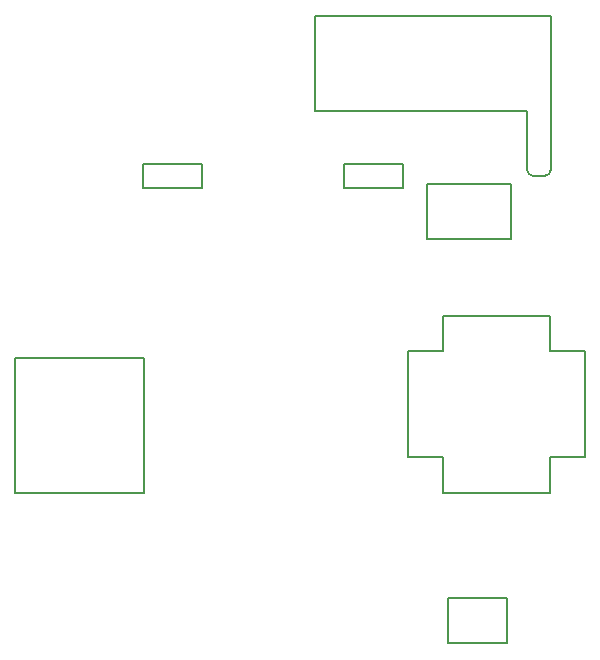
<source format=gbr>
G04*
G04 #@! TF.GenerationSoftware,Altium Limited,Altium Designer,25.8.1 (18)*
G04*
G04 Layer_Color=65535*
%FSLAX25Y25*%
%MOIN*%
G70*
G04*
G04 #@! TF.SameCoordinates,505960B2-D5C5-487F-9968-D24D6DC54575*
G04*
G04*
G04 #@! TF.FilePolarity,Positive*
G04*
G01*
G75*
%ADD13C,0.00600*%
%ADD14C,0.00787*%
D13*
X177165Y185039D02*
G03*
X179134Y183071I1969J0D01*
G01*
X183071D02*
G03*
X185039Y185039I0J1969D01*
G01*
X171653Y162106D02*
Y180217D01*
X143701D02*
X171653D01*
X143701Y162106D02*
Y180217D01*
Y162106D02*
X166142D01*
X168110D01*
X171653D01*
X150842Y27186D02*
Y42147D01*
Y27186D02*
X170527D01*
Y42147D01*
X150842D02*
X170527D01*
X179134Y183071D02*
X183071D01*
X106299Y204724D02*
Y236221D01*
X185039D01*
X106299Y204724D02*
X177165D01*
Y185039D02*
Y204724D01*
X185039Y185039D02*
Y236221D01*
X116142Y179134D02*
Y187008D01*
X135827D01*
Y179134D02*
Y187008D01*
X116142Y179134D02*
X135827D01*
X49213D02*
Y187008D01*
X68898D01*
Y179134D02*
Y187008D01*
X49213Y179134D02*
X68898D01*
X186634Y89173D02*
X196476D01*
X137421D02*
X149232D01*
X137421Y124606D02*
X149232D01*
X196476Y89173D02*
Y124606D01*
X137421Y89173D02*
Y124606D01*
X149232Y77362D02*
Y89173D01*
X184665Y124606D02*
X196476D01*
X149232Y77362D02*
X184665D01*
Y124606D02*
Y136417D01*
Y77362D02*
Y89173D01*
X149232Y136417D02*
X184665D01*
Y89173D02*
X186634D01*
X149232Y124606D02*
Y136417D01*
D14*
X49534Y77156D02*
Y122432D01*
X6620Y77156D02*
X49534D01*
X6620D02*
Y122432D01*
X49534D01*
M02*

</source>
